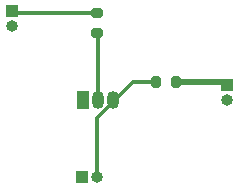
<source format=gbr>
%TF.GenerationSoftware,KiCad,Pcbnew,8.0.0*%
%TF.CreationDate,2024-04-01T19:04:45+08:00*%
%TF.ProjectId,tutorial file,7475746f-7269-4616-9c20-66696c652e6b,rev?*%
%TF.SameCoordinates,Original*%
%TF.FileFunction,Copper,L1,Top*%
%TF.FilePolarity,Positive*%
%FSLAX46Y46*%
G04 Gerber Fmt 4.6, Leading zero omitted, Abs format (unit mm)*
G04 Created by KiCad (PCBNEW 8.0.0) date 2024-04-01 19:04:45*
%MOMM*%
%LPD*%
G01*
G04 APERTURE LIST*
G04 Aperture macros list*
%AMRoundRect*
0 Rectangle with rounded corners*
0 $1 Rounding radius*
0 $2 $3 $4 $5 $6 $7 $8 $9 X,Y pos of 4 corners*
0 Add a 4 corners polygon primitive as box body*
4,1,4,$2,$3,$4,$5,$6,$7,$8,$9,$2,$3,0*
0 Add four circle primitives for the rounded corners*
1,1,$1+$1,$2,$3*
1,1,$1+$1,$4,$5*
1,1,$1+$1,$6,$7*
1,1,$1+$1,$8,$9*
0 Add four rect primitives between the rounded corners*
20,1,$1+$1,$2,$3,$4,$5,0*
20,1,$1+$1,$4,$5,$6,$7,0*
20,1,$1+$1,$6,$7,$8,$9,0*
20,1,$1+$1,$8,$9,$2,$3,0*%
G04 Aperture macros list end*
%TA.AperFunction,SMDPad,CuDef*%
%ADD10RoundRect,0.200000X-0.200000X-0.275000X0.200000X-0.275000X0.200000X0.275000X-0.200000X0.275000X0*%
%TD*%
%TA.AperFunction,SMDPad,CuDef*%
%ADD11RoundRect,0.200000X-0.275000X0.200000X-0.275000X-0.200000X0.275000X-0.200000X0.275000X0.200000X0*%
%TD*%
%TA.AperFunction,ComponentPad*%
%ADD12R,1.050000X1.500000*%
%TD*%
%TA.AperFunction,ComponentPad*%
%ADD13O,1.050000X1.500000*%
%TD*%
%TA.AperFunction,ComponentPad*%
%ADD14R,1.000000X1.000000*%
%TD*%
%TA.AperFunction,ComponentPad*%
%ADD15O,1.000000X1.000000*%
%TD*%
%TA.AperFunction,Conductor*%
%ADD16C,0.300000*%
%TD*%
%TA.AperFunction,Conductor*%
%ADD17C,0.500000*%
%TD*%
G04 APERTURE END LIST*
D10*
%TO.P,R2,1*%
%TO.N,Net-(J3-Pin_2)*%
X141000000Y-99000000D03*
%TO.P,R2,2*%
%TO.N,Net-(J2-Pin_1)*%
X142650000Y-99000000D03*
%TD*%
D11*
%TO.P,R1,1*%
%TO.N,Net-(J1-Pin_1)*%
X136000000Y-93175000D03*
%TO.P,R1,2*%
%TO.N,Net-(Q1-B)*%
X136000000Y-94825000D03*
%TD*%
D12*
%TO.P,Q1,1,E*%
%TO.N,GNDREF*%
X134747800Y-100500000D03*
D13*
%TO.P,Q1,2,B*%
%TO.N,Net-(Q1-B)*%
X136017800Y-100500000D03*
%TO.P,Q1,3,C*%
%TO.N,Net-(J3-Pin_2)*%
X137287800Y-100500000D03*
%TD*%
D14*
%TO.P,J3,1,Pin_1*%
%TO.N,GNDREF*%
X134730000Y-107000000D03*
D15*
%TO.P,J3,2,Pin_2*%
%TO.N,Net-(J3-Pin_2)*%
X136000000Y-107000000D03*
%TD*%
D14*
%TO.P,J2,1,Pin_1*%
%TO.N,Net-(J2-Pin_1)*%
X147000000Y-99230000D03*
D15*
%TO.P,J2,2,Pin_2*%
%TO.N,GNDREF*%
X147000000Y-100500000D03*
%TD*%
D14*
%TO.P,J1,1,Pin_1*%
%TO.N,Net-(J1-Pin_1)*%
X128744000Y-92938800D03*
D15*
%TO.P,J1,2,Pin_2*%
%TO.N,GNDREF*%
X128744000Y-94208800D03*
%TD*%
D16*
%TO.N,Net-(J1-Pin_1)*%
X128980200Y-93175000D02*
X128744000Y-92938800D01*
X136000000Y-93175000D02*
X128980200Y-93175000D01*
%TO.N,Net-(Q1-B)*%
X136017800Y-94842800D02*
X136000000Y-94825000D01*
X136017800Y-100500000D02*
X136017800Y-94842800D01*
D17*
%TO.N,Net-(J2-Pin_1)*%
X146770000Y-99000000D02*
X147000000Y-99230000D01*
X142650000Y-99000000D02*
X146770000Y-99000000D01*
D16*
%TO.N,Net-(J3-Pin_2)*%
X139000000Y-99000000D02*
X141000000Y-99000000D01*
X137500000Y-100500000D02*
X139000000Y-99000000D01*
X137287800Y-100500000D02*
X137500000Y-100500000D01*
%TO.N,Net-(Q1-B)*%
X136017800Y-100500000D02*
X136412800Y-100500000D01*
%TO.N,Net-(J3-Pin_2)*%
X136000000Y-102000000D02*
X136000000Y-107000000D01*
X137287800Y-100500000D02*
X137287800Y-100712200D01*
X137287800Y-100712200D02*
X136000000Y-102000000D01*
%TD*%
M02*

</source>
